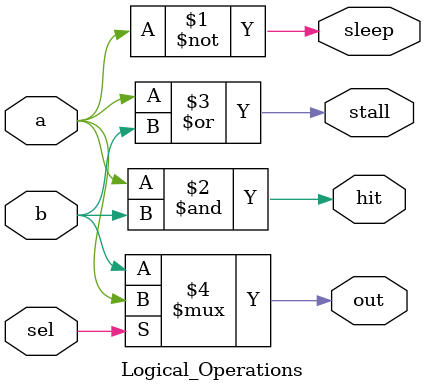
<source format=v>
module Logical_Operations (
  input  sel,
  input  a,
  input  b,
  output sleep,
  output hit,
  output stall,
  output out
);
  assign sleep = a == 1'h0;
  assign hit = a & b;
  assign stall = a | b;
  assign out = sel ? a : b;
endmodule

</source>
